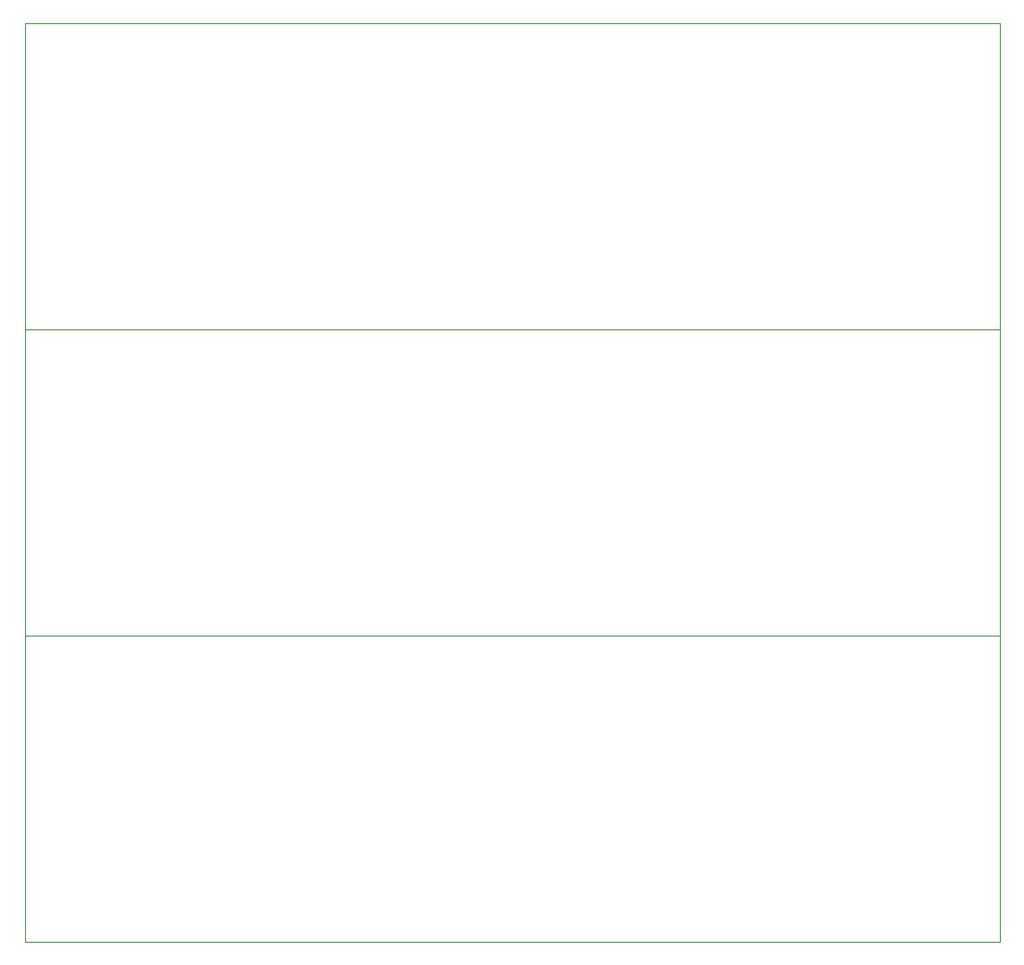
<source format=gbr>
G04 #@! TF.GenerationSoftware,KiCad,Pcbnew,5.1.5-52549c5~86~ubuntu18.04.1*
G04 #@! TF.CreationDate,2020-09-15T13:24:36-05:00*
G04 #@! TF.ProjectId,,58585858-5858-4585-9858-585858585858,rev?*
G04 #@! TF.SameCoordinates,Original*
G04 #@! TF.FileFunction,Profile,NP*
%FSLAX46Y46*%
G04 Gerber Fmt 4.6, Leading zero omitted, Abs format (unit mm)*
G04 Created by KiCad (PCBNEW 5.1.5-52549c5~86~ubuntu18.04.1) date 2020-09-15 13:24:36*
%MOMM*%
%LPD*%
G04 APERTURE LIST*
%ADD10C,0.050000*%
G04 APERTURE END LIST*
D10*
X97952600Y-117663000D02*
X186852600Y-117663000D01*
X97952600Y-89723000D02*
X186852600Y-89723000D01*
X97952600Y-117663000D02*
X97952600Y-145603000D01*
X97952600Y-89723000D02*
X97952600Y-117663000D01*
X97952600Y-145603000D02*
X186852600Y-145603000D01*
X97952600Y-117663000D02*
X186852600Y-117663000D01*
X186852600Y-117663000D02*
X186852600Y-145603000D01*
X186852600Y-89723000D02*
X186852600Y-117663000D01*
X186852600Y-61783000D02*
X186852600Y-89723000D01*
X97952600Y-89723000D02*
X186852600Y-89723000D01*
X97952600Y-61783000D02*
X186852600Y-61783000D01*
X97952600Y-61783000D02*
X97952600Y-89723000D01*
M02*

</source>
